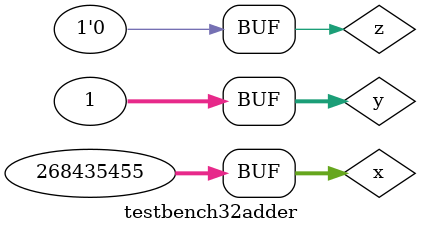
<source format=v>
`include "thirtytwoadder.v"

module testbench32adder;

	reg [31:0] x,y;
	reg z;
	wire [31:0] sum,carry;
	wire [3:0] overflow;
	thirtytwoadder tt1(x,y,z,sum,carry,overflow);
	initial
	begin
	$monitor(, $time,"x=%d  y=%d, z=%d ,sum=%d, carry=%b, overflow=%b",x,y,z,sum,carry[31],overflow[3]);
	#10 x=32'b11111111111111111111111111111111;y=32'b00000000000000000000000000000001;z=1'b0;
	#20 x=32'b01111111111111111111111111111111;y=32'b00000000000000000000000000000001;z=1'b0;
	#30 x=32'b11111111111111111111111111111111;y=32'b00000000000000000000000000001111;z=1'b0;
	#40 x=32'b00001111111111111111111111111111;y=32'b00000000000000000000000000000001;z=1'b0;
	end
	endmodule
</source>
